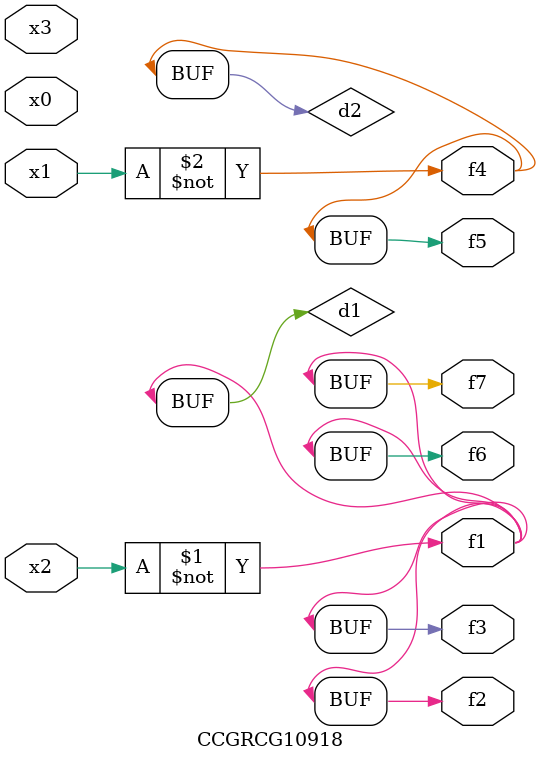
<source format=v>
module CCGRCG10918(
	input x0, x1, x2, x3,
	output f1, f2, f3, f4, f5, f6, f7
);

	wire d1, d2;

	xnor (d1, x2);
	not (d2, x1);
	assign f1 = d1;
	assign f2 = d1;
	assign f3 = d1;
	assign f4 = d2;
	assign f5 = d2;
	assign f6 = d1;
	assign f7 = d1;
endmodule

</source>
